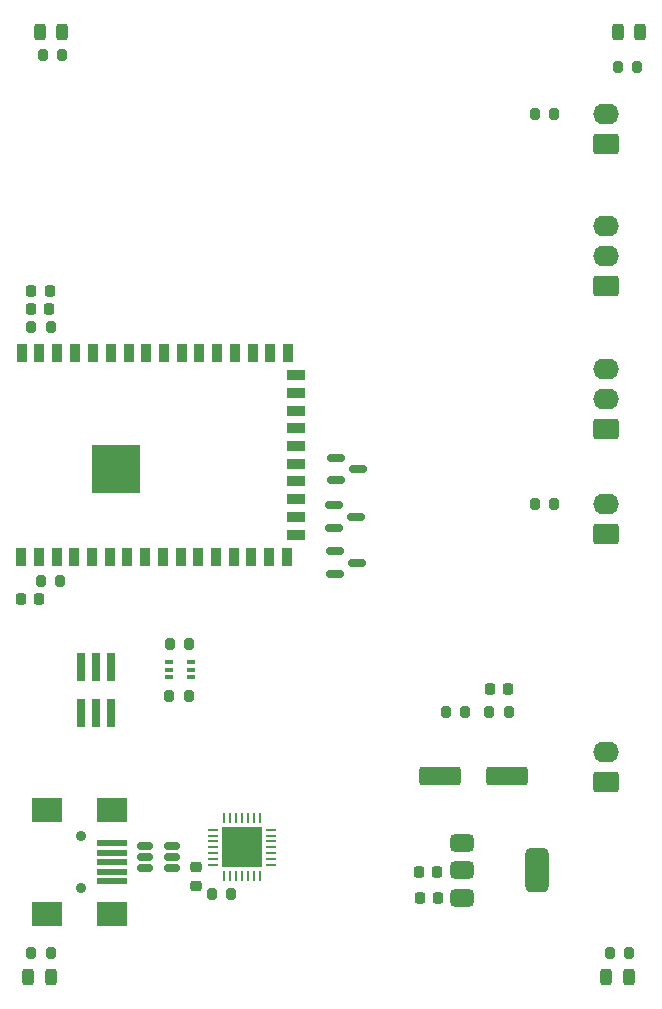
<source format=gbr>
%TF.GenerationSoftware,KiCad,Pcbnew,8.0.6*%
%TF.CreationDate,2025-02-23T18:05:14+01:00*%
%TF.ProjectId,TocBoatReceiver,546f6342-6f61-4745-9265-636569766572,rev?*%
%TF.SameCoordinates,Original*%
%TF.FileFunction,Soldermask,Top*%
%TF.FilePolarity,Negative*%
%FSLAX46Y46*%
G04 Gerber Fmt 4.6, Leading zero omitted, Abs format (unit mm)*
G04 Created by KiCad (PCBNEW 8.0.6) date 2025-02-23 18:05:14*
%MOMM*%
%LPD*%
G01*
G04 APERTURE LIST*
G04 Aperture macros list*
%AMRoundRect*
0 Rectangle with rounded corners*
0 $1 Rounding radius*
0 $2 $3 $4 $5 $6 $7 $8 $9 X,Y pos of 4 corners*
0 Add a 4 corners polygon primitive as box body*
4,1,4,$2,$3,$4,$5,$6,$7,$8,$9,$2,$3,0*
0 Add four circle primitives for the rounded corners*
1,1,$1+$1,$2,$3*
1,1,$1+$1,$4,$5*
1,1,$1+$1,$6,$7*
1,1,$1+$1,$8,$9*
0 Add four rect primitives between the rounded corners*
20,1,$1+$1,$2,$3,$4,$5,0*
20,1,$1+$1,$4,$5,$6,$7,0*
20,1,$1+$1,$6,$7,$8,$9,0*
20,1,$1+$1,$8,$9,$2,$3,0*%
G04 Aperture macros list end*
%ADD10RoundRect,0.200000X-0.200000X-0.275000X0.200000X-0.275000X0.200000X0.275000X-0.200000X0.275000X0*%
%ADD11RoundRect,0.225000X0.225000X0.250000X-0.225000X0.250000X-0.225000X-0.250000X0.225000X-0.250000X0*%
%ADD12RoundRect,0.150000X-0.587500X-0.150000X0.587500X-0.150000X0.587500X0.150000X-0.587500X0.150000X0*%
%ADD13RoundRect,0.250000X0.845000X-0.620000X0.845000X0.620000X-0.845000X0.620000X-0.845000X-0.620000X0*%
%ADD14O,2.190000X1.740000*%
%ADD15RoundRect,0.243750X-0.243750X-0.456250X0.243750X-0.456250X0.243750X0.456250X-0.243750X0.456250X0*%
%ADD16RoundRect,0.225000X-0.250000X0.225000X-0.250000X-0.225000X0.250000X-0.225000X0.250000X0.225000X0*%
%ADD17C,0.900000*%
%ADD18R,2.500000X0.500000*%
%ADD19R,2.500000X2.000000*%
%ADD20RoundRect,0.375000X-0.625000X-0.375000X0.625000X-0.375000X0.625000X0.375000X-0.625000X0.375000X0*%
%ADD21RoundRect,0.500000X-0.500000X-1.400000X0.500000X-1.400000X0.500000X1.400000X-0.500000X1.400000X0*%
%ADD22RoundRect,0.062500X-0.337500X-0.062500X0.337500X-0.062500X0.337500X0.062500X-0.337500X0.062500X0*%
%ADD23RoundRect,0.062500X-0.062500X-0.337500X0.062500X-0.337500X0.062500X0.337500X-0.062500X0.337500X0*%
%ADD24R,3.350000X3.350000*%
%ADD25RoundRect,0.100000X0.225000X0.100000X-0.225000X0.100000X-0.225000X-0.100000X0.225000X-0.100000X0*%
%ADD26R,0.900000X1.500000*%
%ADD27R,1.500000X0.900000*%
%ADD28R,4.100000X4.100000*%
%ADD29RoundRect,0.150000X-0.512500X-0.150000X0.512500X-0.150000X0.512500X0.150000X-0.512500X0.150000X0*%
%ADD30R,0.740000X2.400000*%
%ADD31RoundRect,0.250000X-1.500000X-0.550000X1.500000X-0.550000X1.500000X0.550000X-1.500000X0.550000X0*%
%ADD32RoundRect,0.225000X-0.225000X-0.250000X0.225000X-0.250000X0.225000X0.250000X-0.225000X0.250000X0*%
%ADD33RoundRect,0.200000X0.200000X0.275000X-0.200000X0.275000X-0.200000X-0.275000X0.200000X-0.275000X0*%
G04 APERTURE END LIST*
D10*
%TO.C,R11*%
X172150000Y-109600000D03*
X173800000Y-109600000D03*
%TD*%
%TO.C,R10*%
X168450000Y-109600000D03*
X170100000Y-109600000D03*
%TD*%
D11*
%TO.C,C8*%
X173750000Y-107600000D03*
X172200000Y-107600000D03*
%TD*%
%TO.C,C2*%
X134900000Y-75500000D03*
X133350000Y-75500000D03*
%TD*%
D10*
%TO.C,R6*%
X148650000Y-125000000D03*
X150300000Y-125000000D03*
%TD*%
D12*
%TO.C,Q2*%
X159062500Y-96000000D03*
X159062500Y-97900000D03*
X160937500Y-96950000D03*
%TD*%
D10*
%TO.C,R7*%
X183000000Y-55000000D03*
X184650000Y-55000000D03*
%TD*%
D13*
%TO.C,J6*%
X182000000Y-85620000D03*
D14*
X182000000Y-83080000D03*
X182000000Y-80540000D03*
%TD*%
D15*
%TO.C,D1*%
X133125000Y-132000000D03*
X135000000Y-132000000D03*
%TD*%
D10*
%TO.C,R8*%
X176000000Y-92000000D03*
X177650000Y-92000000D03*
%TD*%
D12*
%TO.C,Q4*%
X159125000Y-88050000D03*
X159125000Y-89950000D03*
X161000000Y-89000000D03*
%TD*%
D13*
%TO.C,J7*%
X182000000Y-73540000D03*
D14*
X182000000Y-71000000D03*
X182000000Y-68460000D03*
%TD*%
D16*
%TO.C,C4*%
X147300000Y-122750000D03*
X147300000Y-124300000D03*
%TD*%
D17*
%TO.C,J2*%
X137600000Y-120100000D03*
X137600000Y-124500000D03*
D18*
X140200000Y-120700000D03*
X140200000Y-121500000D03*
X140200000Y-122300000D03*
X140200000Y-123100000D03*
X140200000Y-123900000D03*
D19*
X140200000Y-117900000D03*
X134700000Y-117900000D03*
X140200000Y-126700000D03*
X134700000Y-126700000D03*
%TD*%
D20*
%TO.C,U2*%
X169850000Y-120700000D03*
X169850000Y-123000000D03*
D21*
X176150000Y-123000000D03*
D20*
X169850000Y-125300000D03*
%TD*%
D22*
%TO.C,U6*%
X148750000Y-119550000D03*
X148750000Y-120050000D03*
X148750000Y-120550000D03*
X148750000Y-121050000D03*
X148750000Y-121550000D03*
X148750000Y-122050000D03*
X148750000Y-122550000D03*
D23*
X149700000Y-123500000D03*
X150200000Y-123500000D03*
X150700000Y-123500000D03*
X151200000Y-123500000D03*
X151700000Y-123500000D03*
X152200000Y-123500000D03*
X152700000Y-123500000D03*
D22*
X153650000Y-122550000D03*
X153650000Y-122050000D03*
X153650000Y-121550000D03*
X153650000Y-121050000D03*
X153650000Y-120550000D03*
X153650000Y-120050000D03*
X153650000Y-119550000D03*
D23*
X152700000Y-118600000D03*
X152200000Y-118600000D03*
X151700000Y-118600000D03*
X151200000Y-118600000D03*
X150700000Y-118600000D03*
X150200000Y-118600000D03*
X149700000Y-118600000D03*
D24*
X151200000Y-121050000D03*
%TD*%
D13*
%TO.C,J3*%
X182000000Y-115540000D03*
D14*
X182000000Y-113000000D03*
%TD*%
D11*
%TO.C,C5*%
X167800000Y-125300000D03*
X166250000Y-125300000D03*
%TD*%
D25*
%TO.C,Q1*%
X146900000Y-106650000D03*
X146900000Y-106000000D03*
X146900000Y-105350000D03*
X145000000Y-105350000D03*
X145000000Y-106000000D03*
X145000000Y-106650000D03*
%TD*%
D15*
%TO.C,D3*%
X134125000Y-52000000D03*
X136000000Y-52000000D03*
%TD*%
D26*
%TO.C,U8*%
X132500000Y-96445000D03*
X134000000Y-96445000D03*
X135500000Y-96445000D03*
X137000000Y-96445000D03*
X138500000Y-96445000D03*
X140000000Y-96445000D03*
X141500000Y-96445000D03*
X143000000Y-96445000D03*
X144500000Y-96445000D03*
X146000000Y-96445000D03*
X147500000Y-96445000D03*
X149000000Y-96445000D03*
X150500000Y-96445000D03*
X152000000Y-96445000D03*
X153500000Y-96445000D03*
X155000000Y-96445000D03*
D27*
X155750000Y-94570000D03*
X155750000Y-93070000D03*
X155750000Y-91570000D03*
X155750000Y-90070000D03*
X155750000Y-88570000D03*
X155750000Y-87070000D03*
X155750000Y-85570000D03*
X155750000Y-84070000D03*
X155750000Y-82570000D03*
X155750000Y-81070000D03*
D26*
X155100000Y-79195000D03*
X153600000Y-79195000D03*
X152100000Y-79195000D03*
X150600000Y-79195000D03*
X149100000Y-79195000D03*
X147600000Y-79195000D03*
X146100000Y-79195000D03*
X144600000Y-79195000D03*
X143100000Y-79195000D03*
X141600000Y-79195000D03*
X140100000Y-79195000D03*
X138600000Y-79195000D03*
X137100000Y-79195000D03*
X135500000Y-79195000D03*
X134000000Y-79195000D03*
X132600000Y-79195000D03*
D28*
X140540000Y-89010000D03*
%TD*%
D10*
%TO.C,R1*%
X134150000Y-98500000D03*
X135800000Y-98500000D03*
%TD*%
D11*
%TO.C,C6*%
X167700000Y-123100000D03*
X166150000Y-123100000D03*
%TD*%
D13*
%TO.C,J4*%
X182000000Y-94540000D03*
D14*
X182000000Y-92000000D03*
%TD*%
D29*
%TO.C,U1*%
X143000000Y-120900000D03*
X143000000Y-121850000D03*
X143000000Y-122800000D03*
X145275000Y-122800000D03*
X145275000Y-121850000D03*
X145275000Y-120900000D03*
%TD*%
D10*
%TO.C,R9*%
X176000000Y-59000000D03*
X177650000Y-59000000D03*
%TD*%
D30*
%TO.C,J1*%
X140100000Y-105800000D03*
X140100000Y-109700000D03*
X138830000Y-105800000D03*
X138830000Y-109700000D03*
X137560000Y-105800000D03*
X137560000Y-109700000D03*
%TD*%
D31*
%TO.C,C7*%
X168000000Y-115000000D03*
X173600000Y-115000000D03*
%TD*%
D15*
%TO.C,D2*%
X182062500Y-132000000D03*
X183937500Y-132000000D03*
%TD*%
D10*
%TO.C,R5*%
X133350000Y-77000000D03*
X135000000Y-77000000D03*
%TD*%
D15*
%TO.C,D4*%
X183062500Y-52000000D03*
X184937500Y-52000000D03*
%TD*%
D10*
%TO.C,R4*%
X134350000Y-54000000D03*
X136000000Y-54000000D03*
%TD*%
D32*
%TO.C,C3*%
X132500000Y-100000000D03*
X134050000Y-100000000D03*
%TD*%
D10*
%TO.C,R13*%
X145050000Y-108200000D03*
X146700000Y-108200000D03*
%TD*%
%TO.C,R3*%
X182350000Y-130000000D03*
X184000000Y-130000000D03*
%TD*%
D13*
%TO.C,J5*%
X182000000Y-61540000D03*
D14*
X182000000Y-59000000D03*
%TD*%
D33*
%TO.C,R12*%
X146750000Y-103800000D03*
X145100000Y-103800000D03*
%TD*%
D12*
%TO.C,Q3*%
X159000000Y-92100000D03*
X159000000Y-94000000D03*
X160875000Y-93050000D03*
%TD*%
D10*
%TO.C,R2*%
X133350000Y-130000000D03*
X135000000Y-130000000D03*
%TD*%
D32*
%TO.C,C1*%
X133381750Y-73968250D03*
X134931750Y-73968250D03*
%TD*%
M02*

</source>
